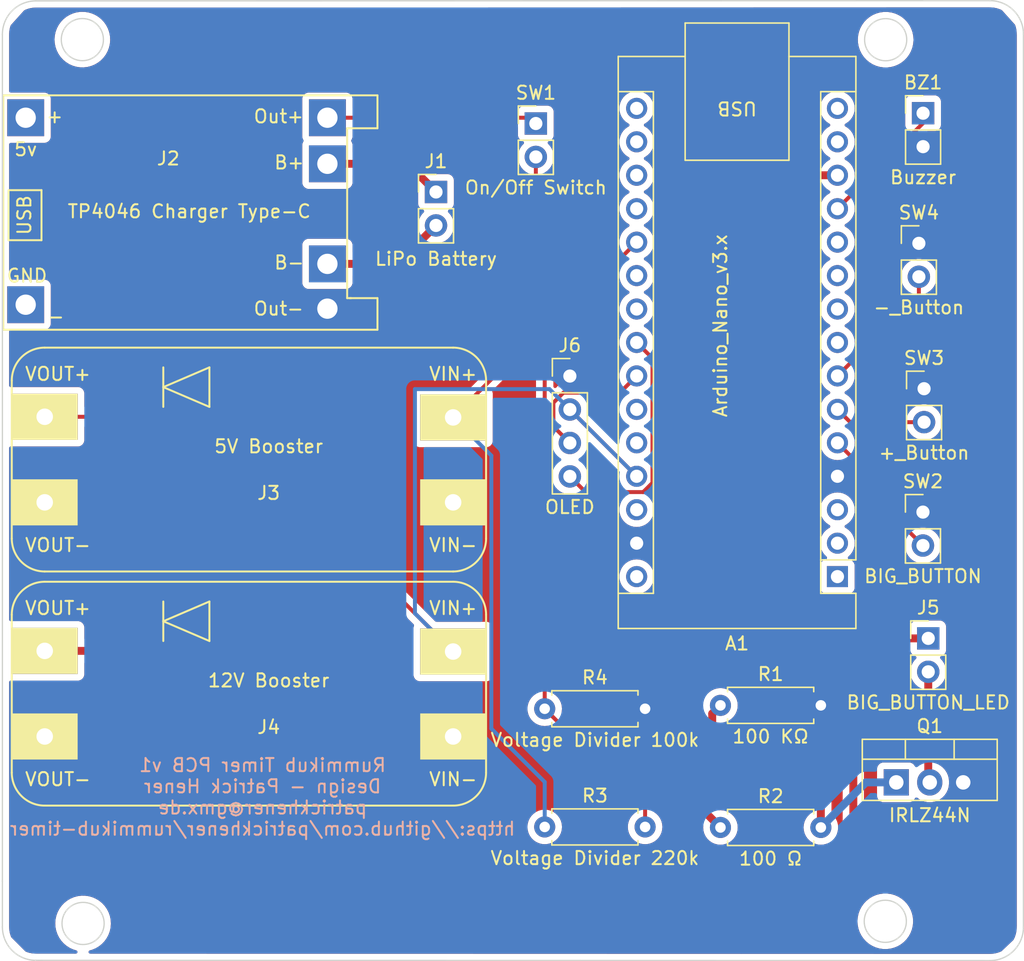
<source format=kicad_pcb>
(kicad_pcb (version 20211014) (generator pcbnew)
  (title_block (title "Rummikub Timer") (date "2025-09-08") (rev "v1"))
  (layers (0 "F.Cu" signal) (31 "B.Cu" signal) (34 "B.Paste" user) (35 "F.Paste" user) (36 "B.SilkS" user "B.Silkscreen") (37 "F.SilkS" user "F.Silkscreen") (38 "B.Mask" user) (39 "F.Mask" user) (44 "Edge.Cuts" user))
  (net 0 "")
  (net 4 "GND")
  (net 5 "Net-(A1-Pad5)")
  (net 6 "Net-(A1-Pad6)")
  (net 7 "Net-(A1-Pad7)")
  (net 12 "Net-(A1-Pad12)")
  (net 13 "Net-(A1-Pad13)")
  (net 20 "Net-(A1-Pad20)")
  (net 23 "Net-(A1-Pad23)")
  (net 24 "Net-(A1-Pad24)")
  (net 27 "Net-(A1-Pad27)")
  (net 30 "Net-(J1-Pad1)")
  (net 31 "Net-(J1-Pad2)")
  (net 34 "Net-(J2-Pad3)")
  (net 35 "Net-(J3-Pad1)")
  (net 36 "Net-(J4-Pad3)")
  (net 37 "Net-(J5-Pad2)")
  (net 38 "Net-(Q1-Pad1)")
  (footprint "Module:Arduino_Nano" (layer "F.Cu") (at 170.794178 107.239308 180)
    (fp_text reference "A1" (at 7.62 -5.08) (layer "F.SilkS"))
    (fp_text value "Arduino_Nano_v3.x" (at 8.89 19.05 90) (layer "F.SilkS"))
    (fp_text user "USB" (at 7.62 35.56 180 unlocked) (layer "F.SilkS"))
    (fp_line (start 16.64 39.5) (end 16.64 -3.94) (layer "F.SilkS") (width 0.12))
    (fp_line (start 13.97 36.83) (end 16.64 36.83) (layer "F.SilkS") (width 0.12))
    (fp_line (start 13.97 -1.27) (end 13.97 36.83) (layer "F.SilkS") (width 0.12))
    (fp_line (start 1.27 1.27) (end -1.4 1.27) (layer "F.SilkS") (width 0.12))
    (fp_line (start 13.97 -1.27) (end 16.64 -1.27) (layer "F.SilkS") (width 0.12))
    (fp_line (start 16.64 -3.94) (end -1.4 -3.94) (layer "F.SilkS") (width 0.12))
    (fp_line (start -1.4 39.5) (end 3.68 39.5) (layer "F.SilkS") (width 0.12))
    (fp_line (start 1.27 -1.27) (end -1.4 -1.27) (layer "F.SilkS") (width 0.12))
    (fp_line (start 11.56 42.04) (end 3.68 42.04) (layer "F.SilkS") (width 0.12))
    (fp_line (start 3.68 31.62) (end 11.56 31.62) (layer "F.SilkS") (width 0.12))
    (fp_line (start 16.64 39.5) (end 11.56 39.5) (layer "F.SilkS") (width 0.12))
    (fp_line (start 3.68 42.04) (end 3.68 31.62) (layer "F.SilkS") (width 0.12))
    (fp_line (start 1.27 1.27) (end 1.27 36.83) (layer "F.SilkS") (width 0.12))
    (fp_line (start 1.27 36.83) (end -1.4 36.83) (layer "F.SilkS") (width 0.12))
    (fp_line (start 1.27 1.27) (end 1.27 -1.27) (layer "F.SilkS") (width 0.12))
    (fp_line (start 11.56 31.62) (end 11.56 42.04) (layer "F.SilkS") (width 0.12))
    (fp_line (start -1.4 1.27) (end -1.4 39.5) (layer "F.SilkS") (width 0.12))
    (fp_line (start -1.4 -3.94) (end -1.4 -1.27) (layer "F.SilkS") (width 0.12))
    (pad "1" thru_hole rect (at 0 0 180) (size 1.6 1.6) (drill 1) (layers *.Cu *.Mask))
    (pad "2" thru_hole oval (at 0 2.54 180) (size 1.6 1.6) (drill 1) (layers *.Cu *.Mask))
    (pad "3" thru_hole oval (at 0 5.08 180) (size 1.6 1.6) (drill 1) (layers *.Cu *.Mask))
    (pad "4" thru_hole oval (at 0 7.62 180) (size 1.6 1.6) (drill 1) (layers *.Cu *.Mask) (net 4 "GND"))
    (pad "5" thru_hole oval (at 0 10.16 180) (size 1.6 1.6) (drill 1) (layers *.Cu *.Mask) (net 5 "Net-(A1-Pad5)"))
    (pad "6" thru_hole oval (at 0 12.7 180) (size 1.6 1.6) (drill 1) (layers *.Cu *.Mask) (net 6 "Net-(A1-Pad6)"))
    (pad "7" thru_hole oval (at 0 15.24 180) (size 1.6 1.6) (drill 1) (layers *.Cu *.Mask) (net 7 "Net-(A1-Pad7)"))
    (pad "8" thru_hole oval (at 0 17.78 180) (size 1.6 1.6) (drill 1) (layers *.Cu *.Mask))
    (pad "9" thru_hole oval (at 0 20.32 180) (size 1.6 1.6) (drill 1) (layers *.Cu *.Mask))
    (pad "10" thru_hole oval (at 0 22.86 180) (size 1.6 1.6) (drill 1) (layers *.Cu *.Mask))
    (pad "11" thru_hole oval (at 0 25.4 180) (size 1.6 1.6) (drill 1) (layers *.Cu *.Mask))
    (pad "12" thru_hole oval (at 0 27.94 180) (size 1.6 1.6) (drill 1) (layers *.Cu *.Mask) (net 12 "Net-(A1-Pad12)"))
    (pad "13" thru_hole oval (at 0 30.48 180) (size 1.6 1.6) (drill 1) (layers *.Cu *.Mask) (net 13 "Net-(A1-Pad13)"))
    (pad "14" thru_hole oval (at 0 33.02 180) (size 1.6 1.6) (drill 1) (layers *.Cu *.Mask))
    (pad "15" thru_hole oval (at 0 35.56 180) (size 1.6 1.6) (drill 1) (layers *.Cu *.Mask))
    (pad "16" thru_hole oval (at 15.24 35.56 180) (size 1.6 1.6) (drill 1) (layers *.Cu *.Mask))
    (pad "17" thru_hole oval (at 15.24 33.02 180) (size 1.6 1.6) (drill 1) (layers *.Cu *.Mask))
    (pad "18" thru_hole oval (at 15.24 30.48 180) (size 1.6 1.6) (drill 1) (layers *.Cu *.Mask))
    (pad "19" thru_hole oval (at 15.24 27.94 180) (size 1.6 1.6) (drill 1) (layers *.Cu *.Mask))
    (pad "20" thru_hole oval (at 15.24 25.4 180) (size 1.6 1.6) (drill 1) (layers *.Cu *.Mask) (net 20 "Net-(A1-Pad20)"))
    (pad "21" thru_hole oval (at 15.24 22.86 180) (size 1.6 1.6) (drill 1) (layers *.Cu *.Mask))
    (pad "22" thru_hole oval (at 15.24 20.32 180) (size 1.6 1.6) (drill 1) (layers *.Cu *.Mask))
    (pad "23" thru_hole oval (at 15.24 17.78 180) (size 1.6 1.6) (drill 1) (layers *.Cu *.Mask) (net 23 "Net-(A1-Pad23)"))
    (pad "24" thru_hole oval (at 15.24 15.24 180) (size 1.6 1.6) (drill 1) (layers *.Cu *.Mask) (net 24 "Net-(A1-Pad24)"))
    (pad "25" thru_hole oval (at 15.24 12.7 180) (size 1.6 1.6) (drill 1) (layers *.Cu *.Mask))
    (pad "26" thru_hole oval (at 15.24 10.16 180) (size 1.6 1.6) (drill 1) (layers *.Cu *.Mask))
    (pad "27" thru_hole oval (at 15.24 7.62 180) (size 1.6 1.6) (drill 1) (layers *.Cu *.Mask) (net 27 "Net-(A1-Pad27)"))
    (pad "28" thru_hole oval (at 15.24 5.08 180) (size 1.6 1.6) (drill 1) (layers *.Cu *.Mask))
    (pad "29" thru_hole oval (at 15.24 2.54 180) (size 1.6 1.6) (drill 1) (layers *.Cu *.Mask) (net 4 "GND"))
    (pad "30" thru_hole oval (at 15.24 0 180) (size 1.6 1.6) (drill 1) (layers *.Cu *.Mask))
  )
  (footprint "Connector_PinHeader_2.54mm:PinHeader_1x02_P2.54mm_Vertical" (layer "F.Cu") (at 147.901678 72.829308)
    (fp_text reference "SW1" (at 0 -2.33) (layer "F.SilkS"))
    (fp_text value "On/Off Switch" (at 0 4.87) (layer "F.SilkS"))
    (fp_line (start -1.33 1.27) (end 1.33 1.27) (layer "F.SilkS") (width 0.12))
    (fp_line (start -1.33 -1.33) (end 0 -1.33) (layer "F.SilkS") (width 0.12))
    (fp_line (start -1.33 1.27) (end -1.33 3.87) (layer "F.SilkS") (width 0.12))
    (fp_line (start -1.33 3.87) (end 1.33 3.87) (layer "F.SilkS") (width 0.12))
    (fp_line (start -1.33 0) (end -1.33 -1.33) (layer "F.SilkS") (width 0.12))
    (fp_line (start 1.33 1.27) (end 1.33 3.87) (layer "F.SilkS") (width 0.12))
    (pad "1" thru_hole rect (at 0 0) (size 1.7 1.7) (drill 1) (layers *.Cu *.Mask) (net 34 "Net-(J2-Pad3)"))
    (pad "2" thru_hole oval (at 0 2.54) (size 1.7 1.7) (drill 1) (layers *.Cu *.Mask) (net 35 "Net-(J3-Pad1)"))
  )
  (footprint "Rummikub-Timer:MT3608_module" (layer "F.Cu") (at 127.624178 98.349308)
    (fp_text reference "J3" (at 0 2.54 180) (layer "F.SilkS"))
    (fp_text value "5V Booster" (at 0 -1 180) (layer "F.SilkS"))
    (fp_text user "VOUT-" (at -16 6.5) (layer "F.SilkS"))
    (fp_text user "VIN+" (at 14 -6.5) (layer "F.SilkS"))
    (fp_text user "VOUT+" (at -16 -6.5) (layer "F.SilkS"))
    (fp_text user "VIN-" (at 14 6.5) (layer "F.SilkS"))
    (fp_line (start -17 8.5) (end 14 8.5) (layer "F.SilkS") (width 0.15))
    (fp_line (start -19.5 -6) (end -19.5 6) (layer "F.SilkS") (width 0.15))
    (fp_line (start -4.5 -7) (end -4.5 -4) (layer "F.SilkS") (width 0.15))
    (fp_line (start -4.5 -4) (end -8 -5.5) (layer "F.SilkS") (width 0.15))
    (fp_line (start -8 -5.5) (end -4.5 -7) (layer "F.SilkS") (width 0.15))
    (fp_line (start -8 -7) (end -8 -4) (layer "F.SilkS") (width 0.15))
    (fp_line (start 16.5 6) (end 16.5 -6) (layer "F.SilkS") (width 0.15))
    (fp_line (start 14 -8.5) (end -17 -8.5) (layer "F.SilkS") (width 0.15))
    (fp_arc (start -19.5 -6) (mid -18.767767 -7.767767) (end -17 -8.5) (layer "F.SilkS") (width 0.15))
    (fp_arc (start -17 8.5) (mid -18.767767 7.767767) (end -19.5 6) (layer "F.SilkS") (width 0.15))
    (fp_arc (start 16.5 6) (mid 15.767767 7.767767) (end 14 8.5) (layer "F.SilkS") (width 0.15))
    (fp_arc (start 14 -8.5) (mid 15.767767 -7.767767) (end 16.5 -6) (layer "F.SilkS") (width 0.15))
    (pad "1" thru_hole rect (at 14 -3.2 180) (size 5 3.5) (drill 1.25) (layers *.Cu *.Mask "F.SilkS") (net 35 "Net-(J3-Pad1)"))
    (pad "2" thru_hole rect (at 14 3.25 180) (size 5 3.5) (drill 1.25) (layers *.Cu *.Mask "F.SilkS") (net 4 "GND"))
    (pad "3" thru_hole rect (at -17 -3.25 180) (size 5 3.5) (drill 1.25) (layers *.Cu *.Mask "F.SilkS") (net 27 "Net-(A1-Pad27)"))
    (pad "4" thru_hole rect (at -17 3.25 180) (size 5 3.5) (drill 1.25) (layers *.Cu *.Mask "F.SilkS") (net 4 "GND"))
  )
  (footprint "Resistor_THT:R_Axial_DIN0207_L6.3mm_D2.5mm_P7.62mm_Horizontal" (layer "F.Cu") (at 148.57553 126.249308)
    (fp_text reference "R3" (at 3.81 -2.37) (layer "F.SilkS"))
    (fp_text value "Voltage Divider 220k" (at 3.81 2.37) (layer "F.SilkS"))
    (fp_line (start 0.54 -1.04) (end 0.54 -1.37) (layer "F.SilkS") (width 0.12))
    (fp_line (start 0.54 -1.37) (end 7.08 -1.37) (layer "F.SilkS") (width 0.12))
    (fp_line (start 7.08 -1.37) (end 7.08 -1.04) (layer "F.SilkS") (width 0.12))
    (fp_line (start 0.54 1.04) (end 0.54 1.37) (layer "F.SilkS") (width 0.12))
    (fp_line (start 7.08 1.37) (end 7.08 1.04) (layer "F.SilkS") (width 0.12))
    (fp_line (start 0.54 1.37) (end 7.08 1.37) (layer "F.SilkS") (width 0.12))
    (pad "1" thru_hole circle (at 0 0) (size 1.6 1.6) (drill 0.8) (layers *.Cu *.Mask) (net 35 "Net-(J3-Pad1)"))
    (pad "2" thru_hole oval (at 7.62 0) (size 1.6 1.6) (drill 0.8) (layers *.Cu *.Mask) (net 20 "Net-(A1-Pad20)"))
  )
  (footprint "Connector_PinHeader_2.54mm:PinHeader_1x02_P2.54mm_Vertical" (layer "F.Cu") (at 177.29454 72.047018)
    (fp_text reference "BZ1" (at 0 -2.33) (layer "F.SilkS"))
    (fp_text value "Buzzer" (at 0 4.87) (layer "F.SilkS"))
    (fp_line (start -1.33 0) (end -1.33 -1.33) (layer "F.SilkS") (width 0.12))
    (fp_line (start -1.33 1.27) (end 1.33 1.27) (layer "F.SilkS") (width 0.12))
    (fp_line (start -1.33 1.27) (end -1.33 3.87) (layer "F.SilkS") (width 0.12))
    (fp_line (start 1.33 1.27) (end 1.33 3.87) (layer "F.SilkS") (width 0.12))
    (fp_line (start -1.33 -1.33) (end 0 -1.33) (layer "F.SilkS") (width 0.12))
    (fp_line (start -1.33 3.87) (end 1.33 3.87) (layer "F.SilkS") (width 0.12))
    (pad "1" thru_hole rect (at 0 0) (size 1.7 1.7) (drill 1) (layers *.Cu *.Mask) (net 12 "Net-(A1-Pad12)"))
    (pad "2" thru_hole oval (at 0 2.54) (size 1.7 1.7) (drill 1) (layers *.Cu *.Mask) (net 4 "GND"))
  )
  (footprint "Package_TO_SOT_THT:TO-220-3_Vertical" (layer "F.Cu") (at 175.26 122.865)
    (fp_text reference "Q1" (at 2.54 -4.27) (layer "F.SilkS"))
    (fp_text value "IRLZ44N" (at 2.54 2.5) (layer "F.SilkS"))
    (fp_line (start 4.391 -3.27) (end 4.391 -1.76) (layer "F.SilkS") (width 0.12))
    (fp_line (start -2.58 -3.27) (end -2.58 1.371) (layer "F.SilkS") (width 0.12))
    (fp_line (start -2.58 -1.76) (end 7.66 -1.76) (layer "F.SilkS") (width 0.12))
    (fp_line (start 0.69 -3.27) (end 0.69 -1.76) (layer "F.SilkS") (width 0.12))
    (fp_line (start -2.58 1.371) (end 7.66 1.371) (layer "F.SilkS") (width 0.12))
    (fp_line (start -2.58 -3.27) (end 7.66 -3.27) (layer "F.SilkS") (width 0.12))
    (fp_line (start 7.66 -3.27) (end 7.66 1.371) (layer "F.SilkS") (width 0.12))
    (pad "1" thru_hole rect (at 0 0) (size 1.905 2) (drill 1.1) (layers *.Cu *.Mask) (net 38 "Net-(Q1-Pad1)"))
    (pad "2" thru_hole oval (at 2.54 0) (size 1.905 2) (drill 1.1) (layers *.Cu *.Mask) (net 37 "Net-(J5-Pad2)"))
    (pad "3" thru_hole oval (at 5.08 0) (size 1.905 2) (drill 1.1) (layers *.Cu *.Mask) (net 4 "GND"))
  )
  (footprint "Resistor_THT:R_Axial_DIN0207_L6.3mm_D2.5mm_P7.62mm_Horizontal" (layer "F.Cu") (at 161.914178 117.017078)
    (fp_text reference "R1" (at 3.81 -2.37) (layer "F.SilkS"))
    (fp_text value "100 KΩ" (at 3.81 2.37) (layer "F.SilkS"))
    (fp_line (start 7.08 -1.37) (end 7.08 -1.04) (layer "F.SilkS") (width 0.12))
    (fp_line (start 0.54 1.37) (end 7.08 1.37) (layer "F.SilkS") (width 0.12))
    (fp_line (start 0.54 1.04) (end 0.54 1.37) (layer "F.SilkS") (width 0.12))
    (fp_line (start 7.08 1.37) (end 7.08 1.04) (layer "F.SilkS") (width 0.12))
    (fp_line (start 0.54 -1.37) (end 7.08 -1.37) (layer "F.SilkS") (width 0.12))
    (fp_line (start 0.54 -1.04) (end 0.54 -1.37) (layer "F.SilkS") (width 0.12))
    (pad "1" thru_hole circle (at 0 0) (size 1.6 1.6) (drill 0.8) (layers *.Cu *.Mask) (net 38 "Net-(Q1-Pad1)"))
    (pad "2" thru_hole oval (at 7.62 0) (size 1.6 1.6) (drill 0.8) (layers *.Cu *.Mask) (net 4 "GND"))
  )
  (footprint "Connector_PinHeader_2.54mm:PinHeader_1x02_P2.54mm_Vertical" (layer "F.Cu") (at 177.686678 111.929308)
    (fp_text reference "J5" (at 0 -2.33) (layer "F.SilkS"))
    (fp_text value "BIG_BUTTON_LED" (at 0 4.87) (layer "F.SilkS"))
    (fp_line (start -1.33 1.27) (end 1.33 1.27) (layer "F.SilkS") (width 0.12))
    (fp_line (start -1.33 3.87) (end 1.33 3.87) (layer "F.SilkS") (width 0.12))
    (fp_line (start -1.33 1.27) (end -1.33 3.87) (layer "F.SilkS") (width 0.12))
    (fp_line (start 1.33 1.27) (end 1.33 3.87) (layer "F.SilkS") (width 0.12))
    (fp_line (start -1.33 -1.33) (end 0 -1.33) (layer "F.SilkS") (width 0.12))
    (fp_line (start -1.33 0) (end -1.33 -1.33) (layer "F.SilkS") (width 0.12))
    (pad "1" thru_hole rect (at 0 0) (size 1.7 1.7) (drill 1) (layers *.Cu *.Mask) (net 36 "Net-(J4-Pad3)"))
    (pad "2" thru_hole oval (at 0 2.54) (size 1.7 1.7) (drill 1) (layers *.Cu *.Mask) (net 37 "Net-(J5-Pad2)"))
  )
  (footprint "Resistor_THT:R_Axial_DIN0207_L6.3mm_D2.5mm_P7.62mm_Horizontal" (layer "F.Cu") (at 148.574202 117.274822)
    (fp_text reference "R4" (at 3.81 -2.37) (layer "F.SilkS"))
    (fp_text value "Voltage Divider 100k" (at 3.81 2.37) (layer "F.SilkS"))
    (fp_line (start 0.54 -1.04) (end 0.54 -1.37) (layer "F.SilkS") (width 0.12))
    (fp_line (start 0.54 -1.37) (end 7.08 -1.37) (layer "F.SilkS") (width 0.12))
    (fp_line (start 0.54 1.04) (end 0.54 1.37) (layer "F.SilkS") (width 0.12))
    (fp_line (start 7.08 1.37) (end 7.08 1.04) (layer "F.SilkS") (width 0.12))
    (fp_line (start 0.54 1.37) (end 7.08 1.37) (layer "F.SilkS") (width 0.12))
    (fp_line (start 7.08 -1.37) (end 7.08 -1.04) (layer "F.SilkS") (width 0.12))
    (pad "1" thru_hole circle (at 0 0) (size 1.6 1.6) (drill 0.8) (layers *.Cu *.Mask) (net 20 "Net-(A1-Pad20)"))
    (pad "2" thru_hole oval (at 7.62 0) (size 1.6 1.6) (drill 0.8) (layers *.Cu *.Mask) (net 4 "GND"))
  )
  (footprint "Connector_PinHeader_2.54mm:PinHeader_1x02_P2.54mm_Vertical" (layer "F.Cu") (at 176.974178 81.929308)
    (fp_text reference "SW4" (at 0 -2.33) (layer "F.SilkS"))
    (fp_text value "-_Button" (at 0 4.87) (layer "F.SilkS"))
    (fp_line (start -1.33 -1.33) (end 0 -1.33) (layer "F.SilkS") (width 0.12))
    (fp_line (start 1.33 1.27) (end 1.33 3.87) (layer "F.SilkS") (width 0.12))
    (fp_line (start -1.33 3.87) (end 1.33 3.87) (layer "F.SilkS") (width 0.12))
    (fp_line (start -1.33 0) (end -1.33 -1.33) (layer "F.SilkS") (width 0.12))
    (fp_line (start -1.33 1.27) (end -1.33 3.87) (layer "F.SilkS") (width 0.12))
    (fp_line (start -1.33 1.27) (end 1.33 1.27) (layer "F.SilkS") (width 0.12))
    (pad "1" thru_hole rect (at 0 0) (size 1.7 1.7) (drill 1) (layers *.Cu *.Mask) (net 4 "GND"))
    (pad "2" thru_hole oval (at 0 2.54) (size 1.7 1.7) (drill 1) (layers *.Cu *.Mask) (net 7 "Net-(A1-Pad7)"))
  )
  (footprint "Connector_PinHeader_2.54mm:PinHeader_1x02_P2.54mm_Vertical" (layer "F.Cu") (at 177.369178 92.969308)
    (fp_text reference "SW3" (at 0 -2.33) (layer "F.SilkS"))
    (fp_text value "+_Button" (at 0 4.87) (layer "F.SilkS"))
    (fp_line (start -1.33 1.27) (end -1.33 3.87) (layer "F.SilkS") (width 0.12))
    (fp_line (start -1.33 0) (end -1.33 -1.33) (layer "F.SilkS") (width 0.12))
    (fp_line (start -1.33 3.87) (end 1.33 3.87) (layer "F.SilkS") (width 0.12))
    (fp_line (start -1.33 -1.33) (end 0 -1.33) (layer "F.SilkS") (width 0.12))
    (fp_line (start 1.33 1.27) (end 1.33 3.87) (layer "F.SilkS") (width 0.12))
    (fp_line (start -1.33 1.27) (end 1.33 1.27) (layer "F.SilkS") (width 0.12))
    (pad "1" thru_hole rect (at 0 0) (size 1.7 1.7) (drill 1) (layers *.Cu *.Mask) (net 4 "GND"))
    (pad "2" thru_hole oval (at 0 2.54) (size 1.7 1.7) (drill 1) (layers *.Cu *.Mask) (net 6 "Net-(A1-Pad6)"))
  )
  (footprint "Rummikub-Timer:MT3608_module" (layer "F.Cu") (at 127.624178 116.129308)
    (fp_text reference "J4" (at 0 2.54 180) (layer "F.SilkS"))
    (fp_text value "12V Booster" (at 0 -1 180) (layer "F.SilkS"))
    (fp_text user "VOUT+" (at -16 -6.5) (layer "F.SilkS"))
    (fp_text user "VOUT-" (at -16 6.5) (layer "F.SilkS"))
    (fp_text user "VIN-" (at 14 6.5) (layer "F.SilkS"))
    (fp_text user "VIN+" (at 14 -6.5) (layer "F.SilkS"))
    (fp_line (start -19.5 -6) (end -19.5 6) (layer "F.SilkS") (width 0.15))
    (fp_line (start 16.5 6) (end 16.5 -6) (layer "F.SilkS") (width 0.15))
    (fp_line (start -8 -7) (end -8 -4) (layer "F.SilkS") (width 0.15))
    (fp_line (start -4.5 -7) (end -4.5 -4) (layer "F.SilkS") (width 0.15))
    (fp_line (start -17 8.5) (end 14 8.5) (layer "F.SilkS") (width 0.15))
    (fp_line (start -4.5 -4) (end -8 -5.5) (layer "F.SilkS") (width 0.15))
    (fp_line (start 14 -8.5) (end -17 -8.5) (layer "F.SilkS") (width 0.15))
    (fp_line (start -8 -5.5) (end -4.5 -7) (layer "F.SilkS") (width 0.15))
    (fp_arc (start 14 -8.5) (mid 15.767767 -7.767767) (end 16.5 -6) (layer "F.SilkS") (width 0.15))
    (fp_arc (start -19.5 -6) (mid -18.767767 -7.767767) (end -17 -8.5) (layer "F.SilkS") (width 0.15))
    (fp_arc (start 16.5 6) (mid 15.767767 7.767767) (end 14 8.5) (layer "F.SilkS") (width 0.15))
    (fp_arc (start -17 8.5) (mid -18.767767 7.767767) (end -19.5 6) (layer "F.SilkS") (width 0.15))
    (pad "1" thru_hole rect (at 14 -3.2 180) (size 5 3.5) (drill 1.25) (layers *.Cu *.Mask "F.SilkS") (net 27 "Net-(A1-Pad27)"))
    (pad "2" thru_hole rect (at 14 3.25 180) (size 5 3.5) (drill 1.25) (layers *.Cu *.Mask "F.SilkS") (net 4 "GND"))
    (pad "3" thru_hole rect (at -17 -3.25 180) (size 5 3.5) (drill 1.25) (layers *.Cu *.Mask "F.SilkS") (net 36 "Net-(J4-Pad3)"))
    (pad "4" thru_hole rect (at -17 3.25 180) (size 5 3.5) (drill 1.25) (layers *.Cu *.Mask "F.SilkS") (net 4 "GND"))
  )
  (footprint "Connector_PinHeader_2.54mm:PinHeader_1x04_P2.54mm_Vertical" (layer "F.Cu") (at 150.484178 92.009308)
    (fp_text reference "J6" (at 0 -2.33) (layer "F.SilkS"))
    (fp_text value "OLED" (at 0 9.95) (layer "F.SilkS"))
    (fp_line (start -1.33 1.27) (end -1.33 8.95) (layer "F.SilkS") (width 0.12))
    (fp_line (start -1.33 8.95) (end 1.33 8.95) (layer "F.SilkS") (width 0.12))
    (fp_line (start 1.33 1.27) (end 1.33 8.95) (layer "F.SilkS") (width 0.12))
    (fp_line (start -1.33 -1.33) (end 0 -1.33) (layer "F.SilkS") (width 0.12))
    (fp_line (start -1.33 0) (end -1.33 -1.33) (layer "F.SilkS") (width 0.12))
    (fp_line (start -1.33 1.27) (end 1.33 1.27) (layer "F.SilkS") (width 0.12))
    (pad "1" thru_hole rect (at 0 0) (size 1.7 1.7) (drill 1) (layers *.Cu *.Mask) (net 4 "GND"))
    (pad "2" thru_hole oval (at 0 2.54) (size 1.7 1.7) (drill 1) (layers *.Cu *.Mask) (net 27 "Net-(A1-Pad27)"))
    (pad "3" thru_hole oval (at 0 5.08) (size 1.7 1.7) (drill 1) (layers *.Cu *.Mask) (net 24 "Net-(A1-Pad24)"))
    (pad "4" thru_hole oval (at 0 7.62) (size 1.7 1.7) (drill 1) (layers *.Cu *.Mask) (net 23 "Net-(A1-Pad23)"))
  )
  (footprint "Resistor_THT:R_Axial_DIN0207_L6.3mm_D2.5mm_P7.62mm_Horizontal" (layer "F.Cu") (at 161.914178 126.289308)
    (fp_text reference "R2" (at 3.81 -2.37) (layer "F.SilkS"))
    (fp_text value "100 Ω" (at 3.81 2.37) (layer "F.SilkS"))
    (fp_line (start 7.08 -1.37) (end 7.08 -1.04) (layer "F.SilkS") (width 0.12))
    (fp_line (start 7.08 1.37) (end 7.08 1.04) (layer "F.SilkS") (width 0.12))
    (fp_line (start 0.54 -1.04) (end 0.54 -1.37) (layer "F.SilkS") (width 0.12))
    (fp_line (start 0.54 1.37) (end 7.08 1.37) (layer "F.SilkS") (width 0.12))
    (fp_line (start 0.54 1.04) (end 0.54 1.37) (layer "F.SilkS") (width 0.12))
    (fp_line (start 0.54 -1.37) (end 7.08 -1.37) (layer "F.SilkS") (width 0.12))
    (pad "1" thru_hole circle (at 0 0) (size 1.6 1.6) (drill 0.8) (layers *.Cu *.Mask) (net 13 "Net-(A1-Pad13)"))
    (pad "2" thru_hole oval (at 7.62 0) (size 1.6 1.6) (drill 0.8) (layers *.Cu *.Mask) (net 38 "Net-(Q1-Pad1)"))
  )
  (footprint "Connector_PinHeader_2.54mm:PinHeader_1x02_P2.54mm_Vertical" (layer "F.Cu") (at 140.324178 78.029308)
    (fp_text reference "J1" (at 0 -2.33) (layer "F.SilkS"))
    (fp_text value "LiPo Battery" (at 0 5.08) (layer "F.SilkS"))
    (fp_line (start -1.33 3.87) (end 1.33 3.87) (layer "F.SilkS") (width 0.12))
    (fp_line (start -1.33 -1.33) (end 0 -1.33) (layer "F.SilkS") (width 0.12))
    (fp_line (start -1.33 1.27) (end -1.33 3.87) (layer "F.SilkS") (width 0.12))
    (fp_line (start 1.33 1.27) (end 1.33 3.87) (layer "F.SilkS") (width 0.12))
    (fp_line (start -1.33 1.27) (end 1.33 1.27) (layer "F.SilkS") (width 0.12))
    (fp_line (start -1.33 0) (end -1.33 -1.33) (layer "F.SilkS") (width 0.12))
    (pad "1" thru_hole rect (at 0 0) (size 1.7 1.7) (drill 1) (layers *.Cu *.Mask) (net 30 "Net-(J1-Pad1)"))
    (pad "2" thru_hole oval (at 0 2.54) (size 1.7 1.7) (drill 1) (layers *.Cu *.Mask) (net 31 "Net-(J1-Pad2)"))
  )
  (footprint "Rummikub-Timer:TP4056-18650" (layer "F.Cu") (at 107.48 70.69)
    (fp_text reference "J2" (at 12.524178 4.799308) (layer "F.SilkS"))
    (fp_text value "TP4046 Charger Type-C" (at 14.1125 8.8125) (layer "F.SilkS"))
    (fp_text user "GND" (at 1.8 13.7) (layer "F.SilkS"))
    (fp_text user "B-" (at 21.7 12.7) (layer "F.SilkS"))
    (fp_text user "Out+" (at 20.9 1.6) (layer "F.SilkS"))
    (fp_text user "Out-" (at 20.9 16.2) (layer "F.SilkS"))
    (fp_text user "USB" (at 1.6 9.1 90) (layer "F.SilkS"))
    (fp_text user "5v" (at 1.7 4.1) (layer "F.SilkS"))
    (fp_text user "B+" (at 21.7 5.1) (layer "F.SilkS"))
    (fp_text user "+" (at 3.9 1.6) (layer "F.SilkS"))
    (fp_text user "-" (at 4 16.8) (layer "F.SilkS"))
    (fp_line (start 28.4 0) (end 28.4 2.5) (layer "F.SilkS") (width 0.15))
    (fp_line (start 26.1 15.4) (end 26.4 15.4) (layer "F.SilkS") (width 0.15))
    (fp_line (start 2.9 7.2) (end 2.9 11) (layer "F.SilkS") (width 0.15))
    (fp_line (start 0.4 7.2) (end 2.9 7.2) (layer "F.SilkS") (width 0.15))
    (fp_line (start 2.9 11) (end 0.4 11) (layer "F.SilkS") (width 0.15))
    (fp_line (start 26.3 0) (end 28.4 0) (layer "F.SilkS") (width 0.15))
    (fp_line (start 26.3 15.4) (end 28.4 15.4) (layer "F.SilkS") (width 0.15))
    (fp_line (start 28.4 15.7) (end 28.4 17.8) (layer "F.SilkS") (width 0.15))
    (fp_line (start 0.4 11) (end 0.4 7.3) (layer "F.SilkS") (width 0.15))
    (fp_line (start 0 0) (end 26.3 0) (layer "F.SilkS") (width 0.15))
    (fp_line (start 28.4 2.5) (end 26.1 2.5) (layer "F.SilkS") (width 0.15))
    (fp_line (start 26.1 2.5) (end 26.1 15.4) (layer "F.SilkS") (width 0.15))
    (fp_line (start 0 17.8) (end 0 0) (layer "F.SilkS") (width 0.15))
    (fp_line (start 28.4 15.4) (end 28.4 15.7) (layer "F.SilkS") (width 0.15))
    (fp_line (start 28.4 17.8) (end 0 17.8) (layer "F.SilkS") (width 0.15))
    (pad "1" thru_hole rect (at 1.7 1.7) (size 2.8 2.8) (drill 1.54) (layers *.Cu *.Mask))
    (pad "2" thru_hole rect (at 1.7 15.9) (size 2.8 2.8) (drill 1.54) (layers *.Cu *.Mask))
    (pad "3" thru_hole rect (at 24.6 1.7) (size 2.8 2.8) (drill 1.54) (layers *.Cu *.Mask) (net 34 "Net-(J2-Pad3)"))
    (pad "4" thru_hole rect (at 24.6 16.2) (size 2.8 2.8) (drill 1.54) (layers *.Cu *.Mask) (net 4 "GND"))
    (pad "5" thru_hole rect (at 24.6 5.2) (size 2.8 2.8) (drill 1.54) (layers *.Cu *.Mask) (net 30 "Net-(J1-Pad1)"))
    (pad "6" thru_hole rect (at 24.6 12.8) (size 2.8 2.8) (drill 1.54) (layers *.Cu *.Mask) (net 31 "Net-(J1-Pad2)"))
  )
  (footprint "Connector_PinHeader_2.54mm:PinHeader_1x02_P2.54mm_Vertical" (layer "F.Cu") (at 177.284178 102.339308)
    (fp_text reference "SW2" (at 0 -2.33) (layer "F.SilkS"))
    (fp_text value "BIG_BUTTON" (at 0 4.87) (layer "F.SilkS"))
    (fp_line (start -1.33 -1.33) (end 0 -1.33) (layer "F.SilkS") (width 0.12))
    (fp_line (start -1.33 1.27) (end 1.33 1.27) (layer "F.SilkS") (width 0.12))
    (fp_line (start 1.33 1.27) (end 1.33 3.87) (layer "F.SilkS") (width 0.12))
    (fp_line (start -1.33 3.87) (end 1.33 3.87) (layer "F.SilkS") (width 0.12))
    (fp_line (start -1.33 0) (end -1.33 -1.33) (layer "F.SilkS") (width 0.12))
    (fp_line (start -1.33 1.27) (end -1.33 3.87) (layer "F.SilkS") (width 0.12))
    (pad "1" thru_hole rect (at 0 0) (size 1.7 1.7) (drill 1) (layers *.Cu *.Mask) (net 4 "GND"))
    (pad "2" thru_hole oval (at 0 2.54) (size 1.7 1.7) (drill 1) (layers *.Cu *.Mask) (net 5 "Net-(A1-Pad5)"))
  )
  (gr_line (start 107.413055 66.058051) (end 107.413055 130.355896) (layer "Edge.Cuts") (width 0.1))
  (gr_line (start 107.413055 130.355896) (end 107.413055 133.839965) (layer "Edge.Cuts") (width 0.1))
  (gr_circle (center 113.481186 66.457762) (end 115.081186 66.457762) (layer "Edge.Cuts") (width 0.1) (fill none))
  (gr_arc (start 184.912 133.858) (mid 184.16805 135.654038) (end 182.372 136.398) (layer "Edge.Cuts") (width 0.1))
  (gr_circle (center 113.536169 133.578546) (end 115.136169 133.578546) (layer "Edge.Cuts") (width 0.1) (fill none))
  (gr_line (start 184.912 66.04) (end 184.912 133.858) (layer "Edge.Cuts") (width 0.1))
  (gr_line (start 182.372 136.398) (end 109.953055 136.379965) (layer "Edge.Cuts") (width 0.1))
  (gr_line (start 109.953055 63.518051) (end 182.372 63.5) (layer "Edge.Cuts") (width 0.1))
  (gr_arc (start 182.372 63.5) (mid 184.168082 64.243933) (end 184.912 66.04) (layer "Edge.Cuts") (width 0.1))
  (gr_arc (start 109.953055 136.379965) (mid 108.157034 135.636) (end 107.413055 133.839965) (layer "Edge.Cuts") (width 0.1))
  (gr_circle (center 174.453952 66.464406) (end 176.053952 66.464406) (layer "Edge.Cuts") (width 0.1) (fill none))
  (gr_circle (center 174.426392 133.414915) (end 176.026392 133.414915) (layer "Edge.Cuts") (width 0.1) (fill none))
  (gr_arc (start 107.413055 66.058051) (mid 108.157002 64.261986) (end 109.953055 63.518051) (layer "Edge.Cuts") (width 0.1))
  (gr_text "Rummikub Timer PCB v1\nDesign - Patrick Hener\npatrickhener@gmx.de\nhttps://github.com/patrickhener/rummikub-timer\n" (at 127.156078 123.974253) (layer "B.SilkS") (effects (font (size 1 1)) (justify mirror)))
  (segment (start 141.624178 101.599308) (end 143.574178 101.599308) (width 0.3) (layer "F.Cu") (net 4))
  (segment (start 176.974178 74.90738) (end 177.29454 74.587018) (width 0.3) (layer "B.Cu") (net 4))
  (segment (start 177.369178 93.044308) (end 177.369178 92.969308) (width 0.3) (layer "B.Cu") (net 4))
  (segment (start 171.994178 99.589308) (end 171.994178 98.279308) (width 0.3) (layer "F.Cu") (net 5))
  (segment (start 177.284178 104.879308) (end 171.994178 99.589308) (width 0.3) (layer "F.Cu") (net 5))
  (segment (start 171.994178 98.279308) (end 170.794178 97.079308) (width 0.3) (layer "F.Cu") (net 5))
  (segment (start 177.369178 95.509308) (end 171.764178 95.509308) (width 0.3) (layer "F.Cu") (net 6))
  (segment (start 171.764178 95.509308) (end 170.794178 94.539308) (width 0.3) (layer "F.Cu") (net 6))
  (segment (start 176.974178 85.819308) (end 170.794178 91.999308) (width 0.3) (layer "F.Cu") (net 7))
  (segment (start 176.974178 84.469308) (end 176.974178 85.819308) (width 0.3) (layer "F.Cu") (net 7))
  (segment (start 177.29454 72.798946) (end 170.794178 79.299308) (width 0.3) (layer "F.Cu") (net 12))
  (segment (start 177.29454 72.047018) (end 177.29454 72.798946) (width 0.3) (layer "F.Cu") (net 12))
  (segment (start 167.080692 76.759308) (end 170.794178 76.759308) (width 0.6) (layer "F.Cu") (net 13))
  (segment (start 160.02 124.46) (end 160.02 83.82) (width 0.6) (layer "F.Cu") (net 13))
  (segment (start 160.02 83.82) (end 167.080692 76.759308) (width 0.6) (layer "F.Cu") (net 13))
  (segment (start 161.914178 126.289308) (end 160.08487 124.46) (width 0.6) (layer "F.Cu") (net 13))
  (segment (start 160.08487 124.46) (end 160.02 124.46) (width 0.3) (layer "F.Cu") (net 13))
  (segment (start 156.19553 124.89615) (end 156.19553 126.249308) (width 0.3) (layer "F.Cu") (net 20))
  (segment (start 148.574202 88.819284) (end 155.554178 81.839308) (width 0.3) (layer "F.Cu") (net 20))
  (segment (start 148.574202 117.274822) (end 148.574202 88.819284) (width 0.3) (layer "F.Cu") (net 20))
  (segment (start 148.574202 117.274822) (end 156.19553 124.89615) (width 0.3) (layer "F.Cu") (net 20))
  (segment (start 156.051235 100.819308) (end 156.754178 100.116365) (width 0.3) (layer "F.Cu") (net 23))
  (segment (start 156.754178 90.659308) (end 155.554178 89.459308) (width 0.3) (layer "F.Cu") (net 23))
  (segment (start 156.754178 100.116365) (end 156.754178 90.659308) (width 0.3) (layer "F.Cu") (net 23))
  (segment (start 150.484178 99.629308) (end 151.674178 100.819308) (width 0.3) (layer "F.Cu") (net 23))
  (segment (start 151.674178 100.819308) (end 156.051235 100.819308) (width 0.3) (layer "F.Cu") (net 23))
  (segment (start 150.484178 97.089308) (end 149.234178 95.839308) (width 0.3) (layer "F.Cu") (net 24))
  (segment (start 149.234178 94.031541) (end 149.996411 93.269308) (width 0.3) (layer "F.Cu") (net 24))
  (segment (start 154.284178 93.269308) (end 155.554178 91.999308) (width 0.3) (layer "F.Cu") (net 24))
  (segment (start 149.996411 93.269308) (end 154.284178 93.269308) (width 0.3) (layer "F.Cu") (net 24))
  (segment (start 149.234178 95.839308) (end 149.234178 94.031541) (width 0.3) (layer "F.Cu") (net 24))
  (segment (start 110.624178 95.099308) (end 123.794178 95.099308) (width 0.3) (layer "F.Cu") (net 27))
  (segment (start 123.794178 95.099308) (end 141.624178 112.929308) (width 0.3) (layer "F.Cu") (net 27))
  (segment (start 150.484178 94.549308) (end 155.554178 99.619308) (width 0.3) (layer "F.Cu") (net 27))
  (segment (start 138.724178 92.999308) (end 148.934178 92.999308) (width 0.3) (layer "B.Cu") (net 27))
  (segment (start 148.934178 92.999308) (end 155.554178 99.619308) (width 0.3) (layer "B.Cu") (net 27))
  (segment (start 141.624178 112.929308) (end 138.724178 110.029308) (width 0.3) (layer "B.Cu") (net 27))
  (segment (start 138.724178 110.029308) (end 138.724178 92.999308) (width 0.3) (layer "B.Cu") (net 27))
  (segment (start 132.08 75.89) (end 138.18487 75.89) (width 0.6) (layer "F.Cu") (net 30))
  (segment (start 138.18487 75.89) (end 140.324178 78.029308) (width 0.6) (layer "F.Cu") (net 30))
  (segment (start 132.08 83.49) (end 137.403486 83.49) (width 0.6) (layer "F.Cu") (net 31))
  (segment (start 137.403486 83.49) (end 140.324178 80.569308) (width 0.6) (layer "F.Cu") (net 31))
  (segment (start 147.46237 72.39) (end 147.901678 72.829308) (width 0.3) (layer "F.Cu") (net 34))
  (segment (start 132.08 72.39) (end 147.46237 72.39) (width 0.3) (layer "F.Cu") (net 34))
  (segment (start 147.901678 75.369308) (end 147.901678 88.871808) (width 0.3) (layer "F.Cu") (net 35))
  (segment (start 147.901678 88.871808) (end 141.624178 95.149308) (width 0.3) (layer "F.Cu") (net 35))
  (segment (start 144.524178 118.786096) (end 148.57553 122.837448) (width 0.3) (layer "B.Cu") (net 35))
  (segment (start 148.57553 122.837448) (end 148.57553 126.249308) (width 0.3) (layer "B.Cu") (net 35))
  (segment (start 144.524178 98.049308) (end 144.524178 118.786096) (width 0.3) (layer "B.Cu") (net 35))
  (segment (start 141.624178 95.149308) (end 144.524178 98.049308) (width 0.3) (layer "B.Cu") (net 35))
  (segment (start 168.19 130.81) (end 172 127) (width 0.6) (layer "F.Cu") (net 36))
  (segment (start 176.070692 111.929308) (end 177.686678 111.929308) (width 0.6) (layer "F.Cu") (net 36))
  (segment (start 110.624178 112.879308) (end 114.149308 112.879308) (width 0.6) (layer "F.Cu") (net 36))
  (segment (start 172 116) (end 176.070692 111.929308) (width 0.6) (layer "F.Cu") (net 36))
  (segment (start 114.149308 112.879308) (end 132.08 130.81) (width 0.6) (layer "F.Cu") (net 36))
  (segment (start 172 127) (end 172 116) (width 0.6) (layer "F.Cu") (net 36))
  (segment (start 132.08 130.81) (end 168.19 130.81) (width 0.6) (layer "F.Cu") (net 36))
  (segment (start 177.686678 122.751678) (end 177.8 122.865) (width 0.3) (layer "F.Cu") (net 37))
  (segment (start 177.686678 114.469308) (end 177.686678 122.751678) (width 0.6) (layer "F.Cu") (net 37))
  (segment (start 169.534178 126.289308) (end 169.534178 123.814178) (width 0.6) (layer "F.Cu") (net 38))
  (segment (start 161.29 117.641256) (end 161.914178 117.017078) (width 0.6) (layer "F.Cu") (net 38))
  (segment (start 161.29 120.65) (end 161.29 117.641256) (width 0.6) (layer "F.Cu") (net 38))
  (segment (start 166.37 120.65) (end 161.29 120.65) (width 0.6) (layer "F.Cu") (net 38))
  (segment (start 169.534178 123.814178) (end 166.37 120.65) (width 0.6) (layer "F.Cu") (net 38))
  (segment (start 172.958486 122.865) (end 169.534178 126.289308) (width 0.6) (layer "B.Cu") (net 38))
  (segment (start 175.26 122.865) (end 172.958486 122.865) (width 0.6) (layer "B.Cu") (net 38))
  (zone (net 4) (net_name "GND") (layers F&B.Cu) (name "Ground Plane") (connect_pads yes (clearance 0.508)) (min_thickness 0.254) (fill yes (thermal_gap 0.508) (thermal_bridge_width 0.508))
    (polygon (pts (xy 184.912 66.04) (xy 184.912 134.112) (xy 182.499 136.398) (xy 109.855 136.398) (xy 107.442 133.985) (xy 107.442 66.04) (xy 109.728 63.5) (xy 182.626 63.5)))
  )
)
</source>
